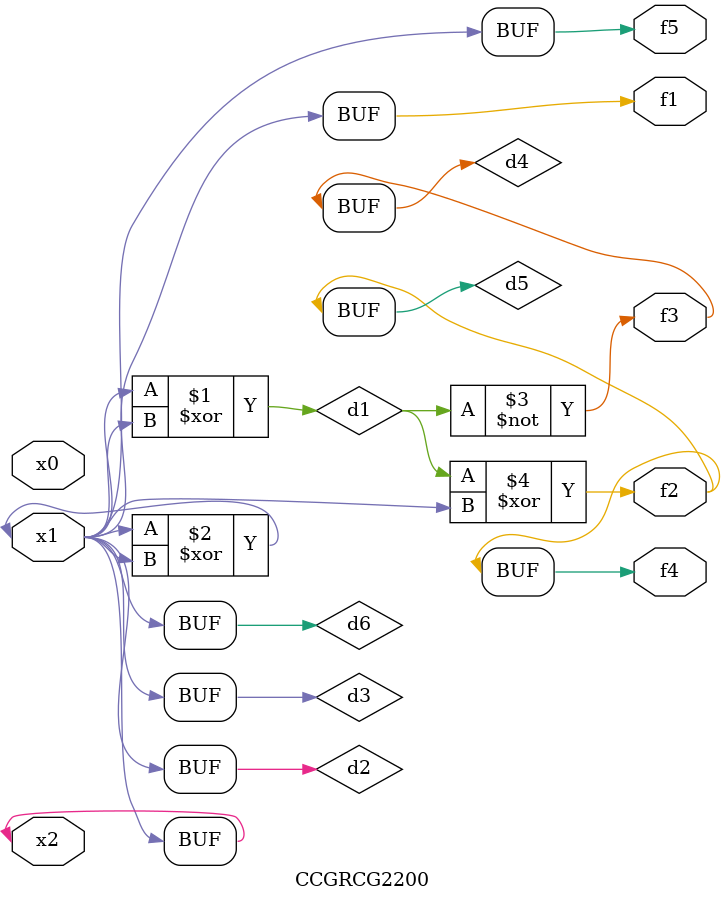
<source format=v>
module CCGRCG2200(
	input x0, x1, x2,
	output f1, f2, f3, f4, f5
);

	wire d1, d2, d3, d4, d5, d6;

	xor (d1, x1, x2);
	buf (d2, x1, x2);
	xor (d3, x1, x2);
	nor (d4, d1);
	xor (d5, d1, d2);
	buf (d6, d2, d3);
	assign f1 = d6;
	assign f2 = d5;
	assign f3 = d4;
	assign f4 = d5;
	assign f5 = d6;
endmodule

</source>
